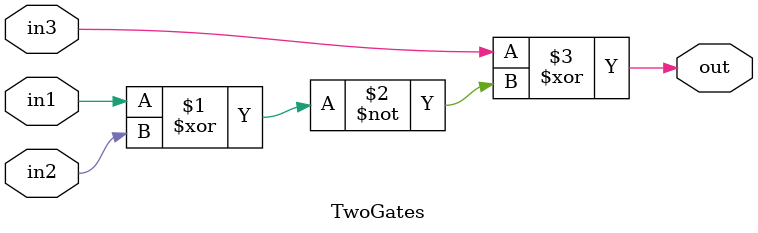
<source format=v>


module TwoGates
(
  input in1,
  input in2,
  input in3,
  output out
);

  assign out = in3 ^ ~(in1 ^ in2);

endmodule


</source>
